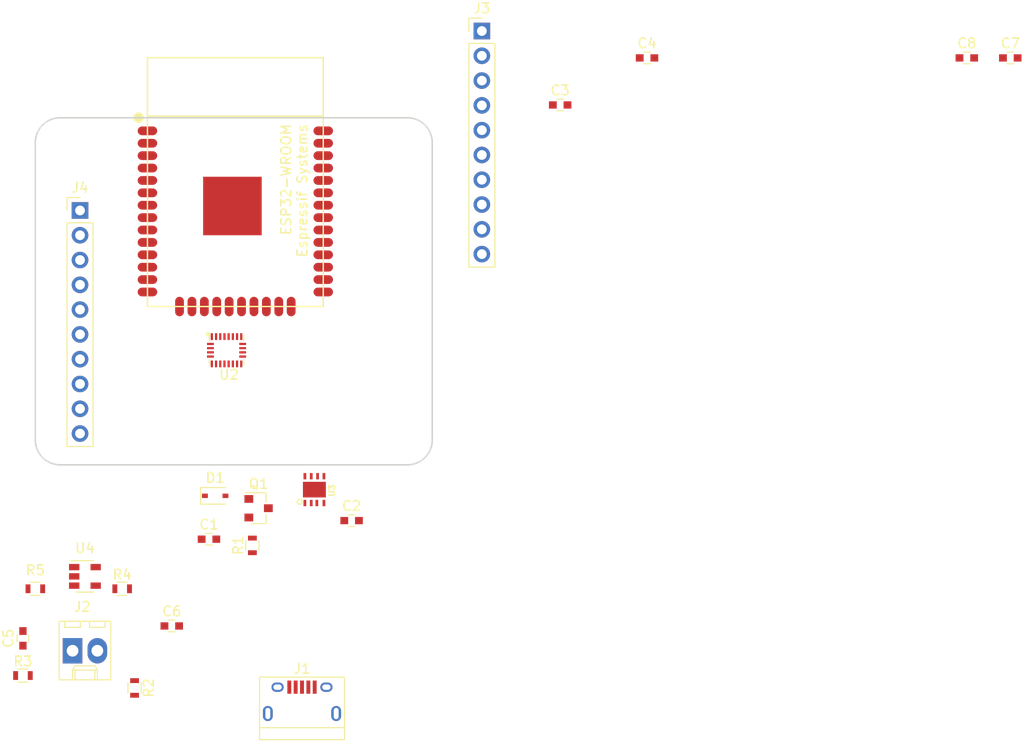
<source format=kicad_pcb>
(kicad_pcb (version 20171130) (host pcbnew no-vcs-found-c6d0075~61~ubuntu17.10.1)

  (general
    (thickness 1.6)
    (drawings 10)
    (tracks 0)
    (zones 0)
    (modules 23)
    (nets 80)
  )

  (page A4)
  (layers
    (0 F.Cu signal)
    (31 B.Cu signal)
    (32 B.Adhes user)
    (33 F.Adhes user)
    (34 B.Paste user)
    (35 F.Paste user)
    (36 B.SilkS user)
    (37 F.SilkS user)
    (38 B.Mask user)
    (39 F.Mask user)
    (40 Dwgs.User user)
    (41 Cmts.User user)
    (42 Eco1.User user)
    (43 Eco2.User user)
    (44 Edge.Cuts user)
    (45 Margin user)
    (46 B.CrtYd user)
    (47 F.CrtYd user)
    (48 B.Fab user)
    (49 F.Fab user hide)
  )

  (setup
    (last_trace_width 0.25)
    (trace_clearance 0.2)
    (zone_clearance 0.508)
    (zone_45_only no)
    (trace_min 0.2)
    (segment_width 0.2)
    (edge_width 0.15)
    (via_size 0.8)
    (via_drill 0.4)
    (via_min_size 0.4)
    (via_min_drill 0.3)
    (uvia_size 0.3)
    (uvia_drill 0.1)
    (uvias_allowed no)
    (uvia_min_size 0.2)
    (uvia_min_drill 0.1)
    (pcb_text_width 0.3)
    (pcb_text_size 1.5 1.5)
    (mod_edge_width 0.15)
    (mod_text_size 1 1)
    (mod_text_width 0.15)
    (pad_size 1.524 1.524)
    (pad_drill 0.762)
    (pad_to_mask_clearance 0.2)
    (aux_axis_origin 0 0)
    (visible_elements FFFFFF7F)
    (pcbplotparams
      (layerselection 0x010fc_ffffffff)
      (usegerberextensions false)
      (usegerberattributes false)
      (usegerberadvancedattributes false)
      (creategerberjobfile false)
      (excludeedgelayer true)
      (linewidth 0.100000)
      (plotframeref false)
      (viasonmask false)
      (mode 1)
      (useauxorigin false)
      (hpglpennumber 1)
      (hpglpenspeed 20)
      (hpglpendiameter 15)
      (psnegative false)
      (psa4output false)
      (plotreference true)
      (plotvalue true)
      (plotinvisibletext false)
      (padsonsilk false)
      (subtractmaskfromsilk false)
      (outputformat 1)
      (mirror false)
      (drillshape 1)
      (scaleselection 1)
      (outputdirectory ""))
  )

  (net 0 "")
  (net 1 "Net-(U2-Pad2)")
  (net 2 "Net-(U2-Pad4)")
  (net 3 "Net-(U2-Pad9)")
  (net 4 "Net-(U2-Pad10)")
  (net 5 "Net-(U2-Pad11)")
  (net 6 "Net-(U2-Pad12)")
  (net 7 "Net-(U1-Pad37)")
  (net 8 "Net-(U1-Pad36)")
  (net 9 "Net-(U1-Pad35)")
  (net 10 "Net-(U1-Pad34)")
  (net 11 "Net-(U1-Pad33)")
  (net 12 "Net-(U1-Pad32)")
  (net 13 "Net-(U1-Pad31)")
  (net 14 "Net-(U1-Pad30)")
  (net 15 "Net-(U1-Pad29)")
  (net 16 "Net-(U1-Pad28)")
  (net 17 "Net-(U1-Pad27)")
  (net 18 "Net-(U1-Pad26)")
  (net 19 "Net-(U1-Pad25)")
  (net 20 "Net-(U1-Pad24)")
  (net 21 "Net-(U1-Pad23)")
  (net 22 "Net-(U1-Pad22)")
  (net 23 "Net-(U1-Pad21)")
  (net 24 "Net-(U1-Pad20)")
  (net 25 "Net-(U1-Pad19)")
  (net 26 "Net-(U1-Pad18)")
  (net 27 "Net-(U1-Pad17)")
  (net 28 "Net-(U1-Pad16)")
  (net 29 "Net-(U1-Pad14)")
  (net 30 "Net-(U1-Pad13)")
  (net 31 "Net-(U1-Pad12)")
  (net 32 "Net-(U1-Pad11)")
  (net 33 "Net-(U1-Pad10)")
  (net 34 "Net-(U1-Pad9)")
  (net 35 "Net-(U1-Pad8)")
  (net 36 "Net-(U1-Pad7)")
  (net 37 "Net-(U1-Pad6)")
  (net 38 "Net-(U1-Pad5)")
  (net 39 "Net-(U1-Pad4)")
  (net 40 "Net-(U1-Pad3)")
  (net 41 "Net-(U3-Pad2)")
  (net 42 "Net-(U3-Pad3)")
  (net 43 "Net-(U3-Pad6)")
  (net 44 "Net-(U3-Pad7)")
  (net 45 "Net-(U4-Pad1)")
  (net 46 "Net-(J1-Pad4)")
  (net 47 "Net-(J1-Pad3)")
  (net 48 "Net-(J1-Pad2)")
  (net 49 "Net-(C1-Pad1)")
  (net 50 GND)
  (net 51 "Net-(R2-Pad1)")
  (net 52 V_USB)
  (net 53 +BATT)
  (net 54 +3V3)
  (net 55 "Net-(R2-Pad2)")
  (net 56 V_USB_IN)
  (net 57 "Net-(C8-Pad1)")
  (net 58 "Net-(C7-Pad1)")
  (net 59 "Net-(R5-Pad2)")
  (net 60 "Net-(J4-Pad10)")
  (net 61 "Net-(J4-Pad9)")
  (net 62 "Net-(J4-Pad8)")
  (net 63 "Net-(J4-Pad7)")
  (net 64 "Net-(J4-Pad6)")
  (net 65 "Net-(J4-Pad5)")
  (net 66 "Net-(J4-Pad4)")
  (net 67 "Net-(J4-Pad3)")
  (net 68 "Net-(J4-Pad2)")
  (net 69 "Net-(J4-Pad1)")
  (net 70 "Net-(J3-Pad1)")
  (net 71 "Net-(J3-Pad2)")
  (net 72 "Net-(J3-Pad3)")
  (net 73 "Net-(J3-Pad4)")
  (net 74 "Net-(J3-Pad5)")
  (net 75 "Net-(J3-Pad6)")
  (net 76 "Net-(J3-Pad7)")
  (net 77 "Net-(J3-Pad8)")
  (net 78 "Net-(J3-Pad9)")
  (net 79 "Net-(J3-Pad10)")

  (net_class Default "This is the default net class."
    (clearance 0.2)
    (trace_width 0.25)
    (via_dia 0.8)
    (via_drill 0.4)
    (uvia_dia 0.3)
    (uvia_drill 0.1)
    (add_net +3V3)
    (add_net +BATT)
    (add_net GND)
    (add_net "Net-(C1-Pad1)")
    (add_net "Net-(C7-Pad1)")
    (add_net "Net-(C8-Pad1)")
    (add_net "Net-(J1-Pad2)")
    (add_net "Net-(J1-Pad3)")
    (add_net "Net-(J1-Pad4)")
    (add_net "Net-(J3-Pad1)")
    (add_net "Net-(J3-Pad10)")
    (add_net "Net-(J3-Pad2)")
    (add_net "Net-(J3-Pad3)")
    (add_net "Net-(J3-Pad4)")
    (add_net "Net-(J3-Pad5)")
    (add_net "Net-(J3-Pad6)")
    (add_net "Net-(J3-Pad7)")
    (add_net "Net-(J3-Pad8)")
    (add_net "Net-(J3-Pad9)")
    (add_net "Net-(J4-Pad1)")
    (add_net "Net-(J4-Pad10)")
    (add_net "Net-(J4-Pad2)")
    (add_net "Net-(J4-Pad3)")
    (add_net "Net-(J4-Pad4)")
    (add_net "Net-(J4-Pad5)")
    (add_net "Net-(J4-Pad6)")
    (add_net "Net-(J4-Pad7)")
    (add_net "Net-(J4-Pad8)")
    (add_net "Net-(J4-Pad9)")
    (add_net "Net-(R2-Pad1)")
    (add_net "Net-(R2-Pad2)")
    (add_net "Net-(R5-Pad2)")
    (add_net "Net-(U1-Pad10)")
    (add_net "Net-(U1-Pad11)")
    (add_net "Net-(U1-Pad12)")
    (add_net "Net-(U1-Pad13)")
    (add_net "Net-(U1-Pad14)")
    (add_net "Net-(U1-Pad16)")
    (add_net "Net-(U1-Pad17)")
    (add_net "Net-(U1-Pad18)")
    (add_net "Net-(U1-Pad19)")
    (add_net "Net-(U1-Pad20)")
    (add_net "Net-(U1-Pad21)")
    (add_net "Net-(U1-Pad22)")
    (add_net "Net-(U1-Pad23)")
    (add_net "Net-(U1-Pad24)")
    (add_net "Net-(U1-Pad25)")
    (add_net "Net-(U1-Pad26)")
    (add_net "Net-(U1-Pad27)")
    (add_net "Net-(U1-Pad28)")
    (add_net "Net-(U1-Pad29)")
    (add_net "Net-(U1-Pad3)")
    (add_net "Net-(U1-Pad30)")
    (add_net "Net-(U1-Pad31)")
    (add_net "Net-(U1-Pad32)")
    (add_net "Net-(U1-Pad33)")
    (add_net "Net-(U1-Pad34)")
    (add_net "Net-(U1-Pad35)")
    (add_net "Net-(U1-Pad36)")
    (add_net "Net-(U1-Pad37)")
    (add_net "Net-(U1-Pad4)")
    (add_net "Net-(U1-Pad5)")
    (add_net "Net-(U1-Pad6)")
    (add_net "Net-(U1-Pad7)")
    (add_net "Net-(U1-Pad8)")
    (add_net "Net-(U1-Pad9)")
    (add_net "Net-(U2-Pad10)")
    (add_net "Net-(U2-Pad11)")
    (add_net "Net-(U2-Pad12)")
    (add_net "Net-(U2-Pad2)")
    (add_net "Net-(U2-Pad4)")
    (add_net "Net-(U2-Pad9)")
    (add_net "Net-(U3-Pad2)")
    (add_net "Net-(U3-Pad3)")
    (add_net "Net-(U3-Pad6)")
    (add_net "Net-(U3-Pad7)")
    (add_net "Net-(U4-Pad1)")
    (add_net V_USB)
    (add_net V_USB_IN)
  )

  (module Connectors_Molex:Molex_KK-6410-02_02x2.54mm_Straight (layer F.Cu) (tedit 58EE6EE4) (tstamp 5A6F22EA)
    (at 87.63 110.49)
    (descr "Connector Headers with Friction Lock, 22-27-2021, http://www.molex.com/pdm_docs/sd/022272021_sd.pdf")
    (tags "connector molex kk_6410 22-27-2021")
    (path /5A614A6F)
    (fp_text reference J2 (at 1 -4.5) (layer F.SilkS)
      (effects (font (size 1 1) (thickness 0.15)))
    )
    (fp_text value LiPo (at 1.27 4.5) (layer F.Fab)
      (effects (font (size 1 1) (thickness 0.15)))
    )
    (fp_text user %R (at 1.27 0) (layer F.Fab)
      (effects (font (size 1 1) (thickness 0.15)))
    )
    (fp_line (start 4.45 3.5) (end -1.9 3.5) (layer F.CrtYd) (width 0.05))
    (fp_line (start 4.45 -3.55) (end 4.45 3.5) (layer F.CrtYd) (width 0.05))
    (fp_line (start -1.9 -3.55) (end 4.45 -3.55) (layer F.CrtYd) (width 0.05))
    (fp_line (start -1.9 3.5) (end -1.9 -3.55) (layer F.CrtYd) (width 0.05))
    (fp_line (start 3.34 -2.4) (end 3.34 -3.02) (layer F.SilkS) (width 0.12))
    (fp_line (start 1.74 -2.4) (end 3.34 -2.4) (layer F.SilkS) (width 0.12))
    (fp_line (start 1.74 -3.02) (end 1.74 -2.4) (layer F.SilkS) (width 0.12))
    (fp_line (start 0.8 -2.4) (end 0.8 -3.02) (layer F.SilkS) (width 0.12))
    (fp_line (start -0.8 -2.4) (end 0.8 -2.4) (layer F.SilkS) (width 0.12))
    (fp_line (start -0.8 -3.02) (end -0.8 -2.4) (layer F.SilkS) (width 0.12))
    (fp_line (start 2.29 2.98) (end 2.29 1.98) (layer F.SilkS) (width 0.12))
    (fp_line (start 0.25 2.98) (end 0.25 1.98) (layer F.SilkS) (width 0.12))
    (fp_line (start 2.29 1.55) (end 2.54 1.98) (layer F.SilkS) (width 0.12))
    (fp_line (start 0.25 1.55) (end 2.29 1.55) (layer F.SilkS) (width 0.12))
    (fp_line (start 0 1.98) (end 0.25 1.55) (layer F.SilkS) (width 0.12))
    (fp_line (start 2.54 1.98) (end 2.54 2.98) (layer F.SilkS) (width 0.12))
    (fp_line (start 0 1.98) (end 2.54 1.98) (layer F.SilkS) (width 0.12))
    (fp_line (start 0 2.98) (end 0 1.98) (layer F.SilkS) (width 0.12))
    (fp_line (start 3.91 -3.02) (end -1.37 -3.02) (layer F.SilkS) (width 0.12))
    (fp_line (start 3.91 2.98) (end 3.91 -3.02) (layer F.SilkS) (width 0.12))
    (fp_line (start -1.37 2.98) (end 3.91 2.98) (layer F.SilkS) (width 0.12))
    (fp_line (start -1.37 -3.02) (end -1.37 2.98) (layer F.SilkS) (width 0.12))
    (fp_line (start 4.01 -3.12) (end -1.47 -3.12) (layer F.Fab) (width 0.12))
    (fp_line (start 4.01 3.08) (end 4.01 -3.12) (layer F.Fab) (width 0.12))
    (fp_line (start -1.47 3.08) (end 4.01 3.08) (layer F.Fab) (width 0.12))
    (fp_line (start -1.47 -3.12) (end -1.47 3.08) (layer F.Fab) (width 0.12))
    (pad 2 thru_hole oval (at 2.54 0) (size 2 2.6) (drill 1.2) (layers *.Cu *.Mask)
      (net 53 +BATT))
    (pad 1 thru_hole rect (at 0 0) (size 2 2.6) (drill 1.2) (layers *.Cu *.Mask)
      (net 50 GND))
    (model ${KISYS3DMOD}/Connectors_Molex.3dshapes/Molex_KK-6410-02_02x2.54mm_Straight.wrl
      (at (xyz 0 0 0))
      (scale (xyz 1 1 1))
      (rotate (xyz 0 0 0))
    )
  )

  (module Pin_Headers:Pin_Header_Straight_1x10_Pitch2.54mm (layer F.Cu) (tedit 59650532) (tstamp 5A69E19A)
    (at 129.54 46.99)
    (descr "Through hole straight pin header, 1x10, 2.54mm pitch, single row")
    (tags "Through hole pin header THT 1x10 2.54mm single row")
    (path /5A6C1E99)
    (fp_text reference J3 (at 0 -2.33) (layer F.SilkS)
      (effects (font (size 1 1) (thickness 0.15)))
    )
    (fp_text value Conn_01x10 (at 0 25.19) (layer F.Fab)
      (effects (font (size 1 1) (thickness 0.15)))
    )
    (fp_line (start -0.635 -1.27) (end 1.27 -1.27) (layer F.Fab) (width 0.1))
    (fp_line (start 1.27 -1.27) (end 1.27 24.13) (layer F.Fab) (width 0.1))
    (fp_line (start 1.27 24.13) (end -1.27 24.13) (layer F.Fab) (width 0.1))
    (fp_line (start -1.27 24.13) (end -1.27 -0.635) (layer F.Fab) (width 0.1))
    (fp_line (start -1.27 -0.635) (end -0.635 -1.27) (layer F.Fab) (width 0.1))
    (fp_line (start -1.33 24.19) (end 1.33 24.19) (layer F.SilkS) (width 0.12))
    (fp_line (start -1.33 1.27) (end -1.33 24.19) (layer F.SilkS) (width 0.12))
    (fp_line (start 1.33 1.27) (end 1.33 24.19) (layer F.SilkS) (width 0.12))
    (fp_line (start -1.33 1.27) (end 1.33 1.27) (layer F.SilkS) (width 0.12))
    (fp_line (start -1.33 0) (end -1.33 -1.33) (layer F.SilkS) (width 0.12))
    (fp_line (start -1.33 -1.33) (end 0 -1.33) (layer F.SilkS) (width 0.12))
    (fp_line (start -1.8 -1.8) (end -1.8 24.65) (layer F.CrtYd) (width 0.05))
    (fp_line (start -1.8 24.65) (end 1.8 24.65) (layer F.CrtYd) (width 0.05))
    (fp_line (start 1.8 24.65) (end 1.8 -1.8) (layer F.CrtYd) (width 0.05))
    (fp_line (start 1.8 -1.8) (end -1.8 -1.8) (layer F.CrtYd) (width 0.05))
    (fp_text user %R (at 0 11.43 90) (layer F.Fab)
      (effects (font (size 1 1) (thickness 0.15)))
    )
    (pad 1 thru_hole rect (at 0 0) (size 1.7 1.7) (drill 1) (layers *.Cu *.Mask)
      (net 70 "Net-(J3-Pad1)"))
    (pad 2 thru_hole oval (at 0 2.54) (size 1.7 1.7) (drill 1) (layers *.Cu *.Mask)
      (net 71 "Net-(J3-Pad2)"))
    (pad 3 thru_hole oval (at 0 5.08) (size 1.7 1.7) (drill 1) (layers *.Cu *.Mask)
      (net 72 "Net-(J3-Pad3)"))
    (pad 4 thru_hole oval (at 0 7.62) (size 1.7 1.7) (drill 1) (layers *.Cu *.Mask)
      (net 73 "Net-(J3-Pad4)"))
    (pad 5 thru_hole oval (at 0 10.16) (size 1.7 1.7) (drill 1) (layers *.Cu *.Mask)
      (net 74 "Net-(J3-Pad5)"))
    (pad 6 thru_hole oval (at 0 12.7) (size 1.7 1.7) (drill 1) (layers *.Cu *.Mask)
      (net 75 "Net-(J3-Pad6)"))
    (pad 7 thru_hole oval (at 0 15.24) (size 1.7 1.7) (drill 1) (layers *.Cu *.Mask)
      (net 76 "Net-(J3-Pad7)"))
    (pad 8 thru_hole oval (at 0 17.78) (size 1.7 1.7) (drill 1) (layers *.Cu *.Mask)
      (net 77 "Net-(J3-Pad8)"))
    (pad 9 thru_hole oval (at 0 20.32) (size 1.7 1.7) (drill 1) (layers *.Cu *.Mask)
      (net 78 "Net-(J3-Pad9)"))
    (pad 10 thru_hole oval (at 0 22.86) (size 1.7 1.7) (drill 1) (layers *.Cu *.Mask)
      (net 79 "Net-(J3-Pad10)"))
    (model ${KISYS3DMOD}/Pin_Headers.3dshapes/Pin_Header_Straight_1x10_Pitch2.54mm.wrl
      (at (xyz 0 0 0))
      (scale (xyz 1 1 1))
      (rotate (xyz 0 0 0))
    )
  )

  (module Pin_Headers:Pin_Header_Straight_1x10_Pitch2.54mm (layer F.Cu) (tedit 59650532) (tstamp 5A69E17C)
    (at 88.39633 65.376581)
    (descr "Through hole straight pin header, 1x10, 2.54mm pitch, single row")
    (tags "Through hole pin header THT 1x10 2.54mm single row")
    (path /5A6C2286)
    (fp_text reference J4 (at 0 -2.33) (layer F.SilkS)
      (effects (font (size 1 1) (thickness 0.15)))
    )
    (fp_text value Conn_01x10 (at 0 25.19) (layer F.Fab)
      (effects (font (size 1 1) (thickness 0.15)))
    )
    (fp_text user %R (at 0 11.43 90) (layer F.Fab)
      (effects (font (size 1 1) (thickness 0.15)))
    )
    (fp_line (start 1.8 -1.8) (end -1.8 -1.8) (layer F.CrtYd) (width 0.05))
    (fp_line (start 1.8 24.65) (end 1.8 -1.8) (layer F.CrtYd) (width 0.05))
    (fp_line (start -1.8 24.65) (end 1.8 24.65) (layer F.CrtYd) (width 0.05))
    (fp_line (start -1.8 -1.8) (end -1.8 24.65) (layer F.CrtYd) (width 0.05))
    (fp_line (start -1.33 -1.33) (end 0 -1.33) (layer F.SilkS) (width 0.12))
    (fp_line (start -1.33 0) (end -1.33 -1.33) (layer F.SilkS) (width 0.12))
    (fp_line (start -1.33 1.27) (end 1.33 1.27) (layer F.SilkS) (width 0.12))
    (fp_line (start 1.33 1.27) (end 1.33 24.19) (layer F.SilkS) (width 0.12))
    (fp_line (start -1.33 1.27) (end -1.33 24.19) (layer F.SilkS) (width 0.12))
    (fp_line (start -1.33 24.19) (end 1.33 24.19) (layer F.SilkS) (width 0.12))
    (fp_line (start -1.27 -0.635) (end -0.635 -1.27) (layer F.Fab) (width 0.1))
    (fp_line (start -1.27 24.13) (end -1.27 -0.635) (layer F.Fab) (width 0.1))
    (fp_line (start 1.27 24.13) (end -1.27 24.13) (layer F.Fab) (width 0.1))
    (fp_line (start 1.27 -1.27) (end 1.27 24.13) (layer F.Fab) (width 0.1))
    (fp_line (start -0.635 -1.27) (end 1.27 -1.27) (layer F.Fab) (width 0.1))
    (pad 10 thru_hole oval (at 0 22.86) (size 1.7 1.7) (drill 1) (layers *.Cu *.Mask)
      (net 60 "Net-(J4-Pad10)"))
    (pad 9 thru_hole oval (at 0 20.32) (size 1.7 1.7) (drill 1) (layers *.Cu *.Mask)
      (net 61 "Net-(J4-Pad9)"))
    (pad 8 thru_hole oval (at 0 17.78) (size 1.7 1.7) (drill 1) (layers *.Cu *.Mask)
      (net 62 "Net-(J4-Pad8)"))
    (pad 7 thru_hole oval (at 0 15.24) (size 1.7 1.7) (drill 1) (layers *.Cu *.Mask)
      (net 63 "Net-(J4-Pad7)"))
    (pad 6 thru_hole oval (at 0 12.7) (size 1.7 1.7) (drill 1) (layers *.Cu *.Mask)
      (net 64 "Net-(J4-Pad6)"))
    (pad 5 thru_hole oval (at 0 10.16) (size 1.7 1.7) (drill 1) (layers *.Cu *.Mask)
      (net 65 "Net-(J4-Pad5)"))
    (pad 4 thru_hole oval (at 0 7.62) (size 1.7 1.7) (drill 1) (layers *.Cu *.Mask)
      (net 66 "Net-(J4-Pad4)"))
    (pad 3 thru_hole oval (at 0 5.08) (size 1.7 1.7) (drill 1) (layers *.Cu *.Mask)
      (net 67 "Net-(J4-Pad3)"))
    (pad 2 thru_hole oval (at 0 2.54) (size 1.7 1.7) (drill 1) (layers *.Cu *.Mask)
      (net 68 "Net-(J4-Pad2)"))
    (pad 1 thru_hole rect (at 0 0) (size 1.7 1.7) (drill 1) (layers *.Cu *.Mask)
      (net 69 "Net-(J4-Pad1)"))
    (model ${KISYS3DMOD}/Pin_Headers.3dshapes/Pin_Header_Straight_1x10_Pitch2.54mm.wrl
      (at (xyz 0 0 0))
      (scale (xyz 1 1 1))
      (rotate (xyz 0 0 0))
    )
  )

  (module Diodes_SMD:D_SOD-323 (layer F.Cu) (tedit 58641739) (tstamp 5A675893)
    (at 102.235 94.615)
    (descr SOD-323)
    (tags SOD-323)
    (path /5A6BE7DC)
    (attr smd)
    (fp_text reference D1 (at 0 -1.85) (layer F.SilkS)
      (effects (font (size 1 1) (thickness 0.15)))
    )
    (fp_text value BAT20J (at 0.1 1.9) (layer F.Fab)
      (effects (font (size 1 1) (thickness 0.15)))
    )
    (fp_line (start -1.5 -0.85) (end 1.05 -0.85) (layer F.SilkS) (width 0.12))
    (fp_line (start -1.5 0.85) (end 1.05 0.85) (layer F.SilkS) (width 0.12))
    (fp_line (start -1.6 -0.95) (end -1.6 0.95) (layer F.CrtYd) (width 0.05))
    (fp_line (start -1.6 0.95) (end 1.6 0.95) (layer F.CrtYd) (width 0.05))
    (fp_line (start 1.6 -0.95) (end 1.6 0.95) (layer F.CrtYd) (width 0.05))
    (fp_line (start -1.6 -0.95) (end 1.6 -0.95) (layer F.CrtYd) (width 0.05))
    (fp_line (start -0.9 -0.7) (end 0.9 -0.7) (layer F.Fab) (width 0.1))
    (fp_line (start 0.9 -0.7) (end 0.9 0.7) (layer F.Fab) (width 0.1))
    (fp_line (start 0.9 0.7) (end -0.9 0.7) (layer F.Fab) (width 0.1))
    (fp_line (start -0.9 0.7) (end -0.9 -0.7) (layer F.Fab) (width 0.1))
    (fp_line (start -0.3 -0.35) (end -0.3 0.35) (layer F.Fab) (width 0.1))
    (fp_line (start -0.3 0) (end -0.5 0) (layer F.Fab) (width 0.1))
    (fp_line (start -0.3 0) (end 0.2 -0.35) (layer F.Fab) (width 0.1))
    (fp_line (start 0.2 -0.35) (end 0.2 0.35) (layer F.Fab) (width 0.1))
    (fp_line (start 0.2 0.35) (end -0.3 0) (layer F.Fab) (width 0.1))
    (fp_line (start 0.2 0) (end 0.45 0) (layer F.Fab) (width 0.1))
    (fp_line (start -1.5 -0.85) (end -1.5 0.85) (layer F.SilkS) (width 0.12))
    (fp_text user %R (at 0 -1.85) (layer F.Fab)
      (effects (font (size 1 1) (thickness 0.15)))
    )
    (pad 2 smd rect (at 1.05 0) (size 0.6 0.45) (layers F.Cu F.Paste F.Mask)
      (net 52 V_USB))
    (pad 1 smd rect (at -1.05 0) (size 0.6 0.45) (layers F.Cu F.Paste F.Mask)
      (net 49 "Net-(C1-Pad1)"))
    (model ${KISYS3DMOD}/Diodes_SMD.3dshapes/D_SOD-323.wrl
      (at (xyz 0 0 0))
      (scale (xyz 1 1 1))
      (rotate (xyz 0 0 0))
    )
  )

  (module Resistors_SMD:R_0603 (layer F.Cu) (tedit 58E0A804) (tstamp 5A619A0F)
    (at 83.82 104.14)
    (descr "Resistor SMD 0603, reflow soldering, Vishay (see dcrcw.pdf)")
    (tags "resistor 0603")
    (path /5A6415E1)
    (attr smd)
    (fp_text reference R5 (at 0 -1.905) (layer F.SilkS)
      (effects (font (size 1 1) (thickness 0.15)))
    )
    (fp_text value 10k (at 0 1.5) (layer F.Fab)
      (effects (font (size 1 1) (thickness 0.15)))
    )
    (fp_line (start 1.25 0.7) (end -1.25 0.7) (layer F.CrtYd) (width 0.05))
    (fp_line (start 1.25 0.7) (end 1.25 -0.7) (layer F.CrtYd) (width 0.05))
    (fp_line (start -1.25 -0.7) (end -1.25 0.7) (layer F.CrtYd) (width 0.05))
    (fp_line (start -1.25 -0.7) (end 1.25 -0.7) (layer F.CrtYd) (width 0.05))
    (fp_line (start -0.5 -0.68) (end 0.5 -0.68) (layer F.SilkS) (width 0.12))
    (fp_line (start 0.5 0.68) (end -0.5 0.68) (layer F.SilkS) (width 0.12))
    (fp_line (start -0.8 -0.4) (end 0.8 -0.4) (layer F.Fab) (width 0.1))
    (fp_line (start 0.8 -0.4) (end 0.8 0.4) (layer F.Fab) (width 0.1))
    (fp_line (start 0.8 0.4) (end -0.8 0.4) (layer F.Fab) (width 0.1))
    (fp_line (start -0.8 0.4) (end -0.8 -0.4) (layer F.Fab) (width 0.1))
    (fp_text user %R (at 0 0) (layer F.Fab)
      (effects (font (size 0.4 0.4) (thickness 0.075)))
    )
    (pad 2 smd rect (at 0.75 0) (size 0.5 0.9) (layers F.Cu F.Paste F.Mask)
      (net 59 "Net-(R5-Pad2)"))
    (pad 1 smd rect (at -0.75 0) (size 0.5 0.9) (layers F.Cu F.Paste F.Mask)
      (net 54 +3V3))
    (model ${KISYS3DMOD}/Resistors_SMD.3dshapes/R_0603.wrl
      (at (xyz 0 0 0))
      (scale (xyz 1 1 1))
      (rotate (xyz 0 0 0))
    )
  )

  (module Capacitors_SMD:C_0603 (layer F.Cu) (tedit 59958EE7) (tstamp 5A618FDA)
    (at 137.559524 54.566041)
    (descr "Capacitor SMD 0603, reflow soldering, AVX (see smccp.pdf)")
    (tags "capacitor 0603")
    (path /5A60124C)
    (attr smd)
    (fp_text reference C3 (at 0 -1.5) (layer F.SilkS)
      (effects (font (size 1 1) (thickness 0.15)))
    )
    (fp_text value 1uF (at 0 1.5) (layer F.Fab)
      (effects (font (size 1 1) (thickness 0.15)))
    )
    (fp_text user %R (at 0 0) (layer F.Fab)
      (effects (font (size 0.3 0.3) (thickness 0.075)))
    )
    (fp_line (start -0.8 0.4) (end -0.8 -0.4) (layer F.Fab) (width 0.1))
    (fp_line (start 0.8 0.4) (end -0.8 0.4) (layer F.Fab) (width 0.1))
    (fp_line (start 0.8 -0.4) (end 0.8 0.4) (layer F.Fab) (width 0.1))
    (fp_line (start -0.8 -0.4) (end 0.8 -0.4) (layer F.Fab) (width 0.1))
    (fp_line (start -0.35 -0.6) (end 0.35 -0.6) (layer F.SilkS) (width 0.12))
    (fp_line (start 0.35 0.6) (end -0.35 0.6) (layer F.SilkS) (width 0.12))
    (fp_line (start -1.4 -0.65) (end 1.4 -0.65) (layer F.CrtYd) (width 0.05))
    (fp_line (start -1.4 -0.65) (end -1.4 0.65) (layer F.CrtYd) (width 0.05))
    (fp_line (start 1.4 0.65) (end 1.4 -0.65) (layer F.CrtYd) (width 0.05))
    (fp_line (start 1.4 0.65) (end -1.4 0.65) (layer F.CrtYd) (width 0.05))
    (pad 1 smd rect (at -0.75 0) (size 0.8 0.75) (layers F.Cu F.Paste F.Mask)
      (net 54 +3V3))
    (pad 2 smd rect (at 0.75 0) (size 0.8 0.75) (layers F.Cu F.Paste F.Mask)
      (net 50 GND))
    (model Capacitors_SMD.3dshapes/C_0603.wrl
      (at (xyz 0 0 0))
      (scale (xyz 1 1 1))
      (rotate (xyz 0 0 0))
    )
  )

  (module Capacitors_SMD:C_0603 (layer F.Cu) (tedit 59958EE7) (tstamp 5A618F79)
    (at 183.65 49.746041)
    (descr "Capacitor SMD 0603, reflow soldering, AVX (see smccp.pdf)")
    (tags "capacitor 0603")
    (path /5A631605)
    (attr smd)
    (fp_text reference C7 (at 0 -1.5) (layer F.SilkS)
      (effects (font (size 1 1) (thickness 0.15)))
    )
    (fp_text value 10nF (at 0 1.5) (layer F.Fab)
      (effects (font (size 1 1) (thickness 0.15)))
    )
    (fp_line (start 1.4 0.65) (end -1.4 0.65) (layer F.CrtYd) (width 0.05))
    (fp_line (start 1.4 0.65) (end 1.4 -0.65) (layer F.CrtYd) (width 0.05))
    (fp_line (start -1.4 -0.65) (end -1.4 0.65) (layer F.CrtYd) (width 0.05))
    (fp_line (start -1.4 -0.65) (end 1.4 -0.65) (layer F.CrtYd) (width 0.05))
    (fp_line (start 0.35 0.6) (end -0.35 0.6) (layer F.SilkS) (width 0.12))
    (fp_line (start -0.35 -0.6) (end 0.35 -0.6) (layer F.SilkS) (width 0.12))
    (fp_line (start -0.8 -0.4) (end 0.8 -0.4) (layer F.Fab) (width 0.1))
    (fp_line (start 0.8 -0.4) (end 0.8 0.4) (layer F.Fab) (width 0.1))
    (fp_line (start 0.8 0.4) (end -0.8 0.4) (layer F.Fab) (width 0.1))
    (fp_line (start -0.8 0.4) (end -0.8 -0.4) (layer F.Fab) (width 0.1))
    (fp_text user %R (at 0 0) (layer F.Fab)
      (effects (font (size 0.3 0.3) (thickness 0.075)))
    )
    (pad 2 smd rect (at 0.75 0) (size 0.8 0.75) (layers F.Cu F.Paste F.Mask)
      (net 50 GND))
    (pad 1 smd rect (at -0.75 0) (size 0.8 0.75) (layers F.Cu F.Paste F.Mask)
      (net 58 "Net-(C7-Pad1)"))
    (model Capacitors_SMD.3dshapes/C_0603.wrl
      (at (xyz 0 0 0))
      (scale (xyz 1 1 1))
      (rotate (xyz 0 0 0))
    )
  )

  (module Capacitors_SMD:C_0603 (layer F.Cu) (tedit 59958EE7) (tstamp 5A618F68)
    (at 179.198095 49.746041)
    (descr "Capacitor SMD 0603, reflow soldering, AVX (see smccp.pdf)")
    (tags "capacitor 0603")
    (path /5A630426)
    (attr smd)
    (fp_text reference C8 (at 0 -1.5) (layer F.SilkS)
      (effects (font (size 1 1) (thickness 0.15)))
    )
    (fp_text value 0.1uF (at 0 1.5) (layer F.Fab)
      (effects (font (size 1 1) (thickness 0.15)))
    )
    (fp_text user %R (at 0 0) (layer F.Fab)
      (effects (font (size 0.3 0.3) (thickness 0.075)))
    )
    (fp_line (start -0.8 0.4) (end -0.8 -0.4) (layer F.Fab) (width 0.1))
    (fp_line (start 0.8 0.4) (end -0.8 0.4) (layer F.Fab) (width 0.1))
    (fp_line (start 0.8 -0.4) (end 0.8 0.4) (layer F.Fab) (width 0.1))
    (fp_line (start -0.8 -0.4) (end 0.8 -0.4) (layer F.Fab) (width 0.1))
    (fp_line (start -0.35 -0.6) (end 0.35 -0.6) (layer F.SilkS) (width 0.12))
    (fp_line (start 0.35 0.6) (end -0.35 0.6) (layer F.SilkS) (width 0.12))
    (fp_line (start -1.4 -0.65) (end 1.4 -0.65) (layer F.CrtYd) (width 0.05))
    (fp_line (start -1.4 -0.65) (end -1.4 0.65) (layer F.CrtYd) (width 0.05))
    (fp_line (start 1.4 0.65) (end 1.4 -0.65) (layer F.CrtYd) (width 0.05))
    (fp_line (start 1.4 0.65) (end -1.4 0.65) (layer F.CrtYd) (width 0.05))
    (pad 1 smd rect (at -0.75 0) (size 0.8 0.75) (layers F.Cu F.Paste F.Mask)
      (net 57 "Net-(C8-Pad1)"))
    (pad 2 smd rect (at 0.75 0) (size 0.8 0.75) (layers F.Cu F.Paste F.Mask)
      (net 50 GND))
    (model Capacitors_SMD.3dshapes/C_0603.wrl
      (at (xyz 0 0 0))
      (scale (xyz 1 1 1))
      (rotate (xyz 0 0 0))
    )
  )

  (module Capacitors_SMD:C_0603 (layer F.Cu) (tedit 59958EE7) (tstamp 5A618A63)
    (at 97.79 107.95)
    (descr "Capacitor SMD 0603, reflow soldering, AVX (see smccp.pdf)")
    (tags "capacitor 0603")
    (path /5A617FDB)
    (attr smd)
    (fp_text reference C6 (at 0 -1.5) (layer F.SilkS)
      (effects (font (size 1 1) (thickness 0.15)))
    )
    (fp_text value 4.7uF (at 0 1.5) (layer F.Fab)
      (effects (font (size 1 1) (thickness 0.15)))
    )
    (fp_text user %R (at 0 0) (layer F.Fab)
      (effects (font (size 0.3 0.3) (thickness 0.075)))
    )
    (fp_line (start -0.8 0.4) (end -0.8 -0.4) (layer F.Fab) (width 0.1))
    (fp_line (start 0.8 0.4) (end -0.8 0.4) (layer F.Fab) (width 0.1))
    (fp_line (start 0.8 -0.4) (end 0.8 0.4) (layer F.Fab) (width 0.1))
    (fp_line (start -0.8 -0.4) (end 0.8 -0.4) (layer F.Fab) (width 0.1))
    (fp_line (start -0.35 -0.6) (end 0.35 -0.6) (layer F.SilkS) (width 0.12))
    (fp_line (start 0.35 0.6) (end -0.35 0.6) (layer F.SilkS) (width 0.12))
    (fp_line (start -1.4 -0.65) (end 1.4 -0.65) (layer F.CrtYd) (width 0.05))
    (fp_line (start -1.4 -0.65) (end -1.4 0.65) (layer F.CrtYd) (width 0.05))
    (fp_line (start 1.4 0.65) (end 1.4 -0.65) (layer F.CrtYd) (width 0.05))
    (fp_line (start 1.4 0.65) (end -1.4 0.65) (layer F.CrtYd) (width 0.05))
    (pad 1 smd rect (at -0.75 0) (size 0.8 0.75) (layers F.Cu F.Paste F.Mask)
      (net 52 V_USB))
    (pad 2 smd rect (at 0.75 0) (size 0.8 0.75) (layers F.Cu F.Paste F.Mask)
      (net 50 GND))
    (model Capacitors_SMD.3dshapes/C_0603.wrl
      (at (xyz 0 0 0))
      (scale (xyz 1 1 1))
      (rotate (xyz 0 0 0))
    )
  )

  (module Resistors_SMD:R_0603 (layer F.Cu) (tedit 58E0A804) (tstamp 5A6189B8)
    (at 92.71 104.14)
    (descr "Resistor SMD 0603, reflow soldering, Vishay (see dcrcw.pdf)")
    (tags "resistor 0603")
    (path /5A6147D4)
    (attr smd)
    (fp_text reference R4 (at 0 -1.45) (layer F.SilkS)
      (effects (font (size 1 1) (thickness 0.15)))
    )
    (fp_text value DNP (at 0 1.5) (layer F.Fab)
      (effects (font (size 1 1) (thickness 0.15)))
    )
    (fp_line (start 1.25 0.7) (end -1.25 0.7) (layer F.CrtYd) (width 0.05))
    (fp_line (start 1.25 0.7) (end 1.25 -0.7) (layer F.CrtYd) (width 0.05))
    (fp_line (start -1.25 -0.7) (end -1.25 0.7) (layer F.CrtYd) (width 0.05))
    (fp_line (start -1.25 -0.7) (end 1.25 -0.7) (layer F.CrtYd) (width 0.05))
    (fp_line (start -0.5 -0.68) (end 0.5 -0.68) (layer F.SilkS) (width 0.12))
    (fp_line (start 0.5 0.68) (end -0.5 0.68) (layer F.SilkS) (width 0.12))
    (fp_line (start -0.8 -0.4) (end 0.8 -0.4) (layer F.Fab) (width 0.1))
    (fp_line (start 0.8 -0.4) (end 0.8 0.4) (layer F.Fab) (width 0.1))
    (fp_line (start 0.8 0.4) (end -0.8 0.4) (layer F.Fab) (width 0.1))
    (fp_line (start -0.8 0.4) (end -0.8 -0.4) (layer F.Fab) (width 0.1))
    (fp_text user %R (at 0 0) (layer F.Fab)
      (effects (font (size 0.4 0.4) (thickness 0.075)))
    )
    (pad 2 smd rect (at 0.75 0) (size 0.5 0.9) (layers F.Cu F.Paste F.Mask)
      (net 50 GND))
    (pad 1 smd rect (at -0.75 0) (size 0.5 0.9) (layers F.Cu F.Paste F.Mask)
      (net 51 "Net-(R2-Pad1)"))
    (model ${KISYS3DMOD}/Resistors_SMD.3dshapes/R_0603.wrl
      (at (xyz 0 0 0))
      (scale (xyz 1 1 1))
      (rotate (xyz 0 0 0))
    )
  )

  (module Capacitors_SMD:C_0603 (layer F.Cu) (tedit 59958EE7) (tstamp 5A61831C)
    (at 82.55 109.22 90)
    (descr "Capacitor SMD 0603, reflow soldering, AVX (see smccp.pdf)")
    (tags "capacitor 0603")
    (path /5A61552A)
    (attr smd)
    (fp_text reference C5 (at 0 -1.5 90) (layer F.SilkS)
      (effects (font (size 1 1) (thickness 0.15)))
    )
    (fp_text value 4.7uF (at 0 1.5 90) (layer F.Fab)
      (effects (font (size 1 1) (thickness 0.15)))
    )
    (fp_text user %R (at 0 0 90) (layer F.Fab)
      (effects (font (size 0.3 0.3) (thickness 0.075)))
    )
    (fp_line (start -0.8 0.4) (end -0.8 -0.4) (layer F.Fab) (width 0.1))
    (fp_line (start 0.8 0.4) (end -0.8 0.4) (layer F.Fab) (width 0.1))
    (fp_line (start 0.8 -0.4) (end 0.8 0.4) (layer F.Fab) (width 0.1))
    (fp_line (start -0.8 -0.4) (end 0.8 -0.4) (layer F.Fab) (width 0.1))
    (fp_line (start -0.35 -0.6) (end 0.35 -0.6) (layer F.SilkS) (width 0.12))
    (fp_line (start 0.35 0.6) (end -0.35 0.6) (layer F.SilkS) (width 0.12))
    (fp_line (start -1.4 -0.65) (end 1.4 -0.65) (layer F.CrtYd) (width 0.05))
    (fp_line (start -1.4 -0.65) (end -1.4 0.65) (layer F.CrtYd) (width 0.05))
    (fp_line (start 1.4 0.65) (end 1.4 -0.65) (layer F.CrtYd) (width 0.05))
    (fp_line (start 1.4 0.65) (end -1.4 0.65) (layer F.CrtYd) (width 0.05))
    (pad 1 smd rect (at -0.75 0 90) (size 0.8 0.75) (layers F.Cu F.Paste F.Mask)
      (net 53 +BATT))
    (pad 2 smd rect (at 0.75 0 90) (size 0.8 0.75) (layers F.Cu F.Paste F.Mask)
      (net 50 GND))
    (model Capacitors_SMD.3dshapes/C_0603.wrl
      (at (xyz 0 0 0))
      (scale (xyz 1 1 1))
      (rotate (xyz 0 0 0))
    )
  )

  (module Resistors_SMD:R_0603 (layer F.Cu) (tedit 58E0A804) (tstamp 5A618281)
    (at 82.55 113.03)
    (descr "Resistor SMD 0603, reflow soldering, Vishay (see dcrcw.pdf)")
    (tags "resistor 0603")
    (path /5A6146A4)
    (attr smd)
    (fp_text reference R3 (at 0 -1.45) (layer F.SilkS)
      (effects (font (size 1 1) (thickness 0.15)))
    )
    (fp_text value 2.0k (at 0 1.5) (layer F.Fab)
      (effects (font (size 1 1) (thickness 0.15)))
    )
    (fp_line (start 1.25 0.7) (end -1.25 0.7) (layer F.CrtYd) (width 0.05))
    (fp_line (start 1.25 0.7) (end 1.25 -0.7) (layer F.CrtYd) (width 0.05))
    (fp_line (start -1.25 -0.7) (end -1.25 0.7) (layer F.CrtYd) (width 0.05))
    (fp_line (start -1.25 -0.7) (end 1.25 -0.7) (layer F.CrtYd) (width 0.05))
    (fp_line (start -0.5 -0.68) (end 0.5 -0.68) (layer F.SilkS) (width 0.12))
    (fp_line (start 0.5 0.68) (end -0.5 0.68) (layer F.SilkS) (width 0.12))
    (fp_line (start -0.8 -0.4) (end 0.8 -0.4) (layer F.Fab) (width 0.1))
    (fp_line (start 0.8 -0.4) (end 0.8 0.4) (layer F.Fab) (width 0.1))
    (fp_line (start 0.8 0.4) (end -0.8 0.4) (layer F.Fab) (width 0.1))
    (fp_line (start -0.8 0.4) (end -0.8 -0.4) (layer F.Fab) (width 0.1))
    (fp_text user %R (at 0 0) (layer F.Fab)
      (effects (font (size 0.4 0.4) (thickness 0.075)))
    )
    (pad 2 smd rect (at 0.75 0) (size 0.5 0.9) (layers F.Cu F.Paste F.Mask)
      (net 50 GND))
    (pad 1 smd rect (at -0.75 0) (size 0.5 0.9) (layers F.Cu F.Paste F.Mask)
      (net 55 "Net-(R2-Pad2)"))
    (model ${KISYS3DMOD}/Resistors_SMD.3dshapes/R_0603.wrl
      (at (xyz 0 0 0))
      (scale (xyz 1 1 1))
      (rotate (xyz 0 0 0))
    )
  )

  (module Resistors_SMD:R_0603 (layer F.Cu) (tedit 58E0A804) (tstamp 5A618270)
    (at 93.98 114.3 270)
    (descr "Resistor SMD 0603, reflow soldering, Vishay (see dcrcw.pdf)")
    (tags "resistor 0603")
    (path /5A614357)
    (attr smd)
    (fp_text reference R2 (at 0 -1.45 270) (layer F.SilkS)
      (effects (font (size 1 1) (thickness 0.15)))
    )
    (fp_text value 0 (at 0 1.5 270) (layer F.Fab)
      (effects (font (size 1 1) (thickness 0.15)))
    )
    (fp_text user %R (at 0 0 270) (layer F.Fab)
      (effects (font (size 0.4 0.4) (thickness 0.075)))
    )
    (fp_line (start -0.8 0.4) (end -0.8 -0.4) (layer F.Fab) (width 0.1))
    (fp_line (start 0.8 0.4) (end -0.8 0.4) (layer F.Fab) (width 0.1))
    (fp_line (start 0.8 -0.4) (end 0.8 0.4) (layer F.Fab) (width 0.1))
    (fp_line (start -0.8 -0.4) (end 0.8 -0.4) (layer F.Fab) (width 0.1))
    (fp_line (start 0.5 0.68) (end -0.5 0.68) (layer F.SilkS) (width 0.12))
    (fp_line (start -0.5 -0.68) (end 0.5 -0.68) (layer F.SilkS) (width 0.12))
    (fp_line (start -1.25 -0.7) (end 1.25 -0.7) (layer F.CrtYd) (width 0.05))
    (fp_line (start -1.25 -0.7) (end -1.25 0.7) (layer F.CrtYd) (width 0.05))
    (fp_line (start 1.25 0.7) (end 1.25 -0.7) (layer F.CrtYd) (width 0.05))
    (fp_line (start 1.25 0.7) (end -1.25 0.7) (layer F.CrtYd) (width 0.05))
    (pad 1 smd rect (at -0.75 0 270) (size 0.5 0.9) (layers F.Cu F.Paste F.Mask)
      (net 51 "Net-(R2-Pad1)"))
    (pad 2 smd rect (at 0.75 0 270) (size 0.5 0.9) (layers F.Cu F.Paste F.Mask)
      (net 55 "Net-(R2-Pad2)"))
    (model ${KISYS3DMOD}/Resistors_SMD.3dshapes/R_0603.wrl
      (at (xyz 0 0 0))
      (scale (xyz 1 1 1))
      (rotate (xyz 0 0 0))
    )
  )

  (module Resistors_SMD:R_0603 (layer F.Cu) (tedit 58E0A804) (tstamp 5A61825F)
    (at 106.045 99.695 90)
    (descr "Resistor SMD 0603, reflow soldering, Vishay (see dcrcw.pdf)")
    (tags "resistor 0603")
    (path /5A61FB97)
    (attr smd)
    (fp_text reference R1 (at 0 -1.45 90) (layer F.SilkS)
      (effects (font (size 1 1) (thickness 0.15)))
    )
    (fp_text value 2.0k (at 0 1.5 90) (layer F.Fab)
      (effects (font (size 1 1) (thickness 0.15)))
    )
    (fp_line (start 1.25 0.7) (end -1.25 0.7) (layer F.CrtYd) (width 0.05))
    (fp_line (start 1.25 0.7) (end 1.25 -0.7) (layer F.CrtYd) (width 0.05))
    (fp_line (start -1.25 -0.7) (end -1.25 0.7) (layer F.CrtYd) (width 0.05))
    (fp_line (start -1.25 -0.7) (end 1.25 -0.7) (layer F.CrtYd) (width 0.05))
    (fp_line (start -0.5 -0.68) (end 0.5 -0.68) (layer F.SilkS) (width 0.12))
    (fp_line (start 0.5 0.68) (end -0.5 0.68) (layer F.SilkS) (width 0.12))
    (fp_line (start -0.8 -0.4) (end 0.8 -0.4) (layer F.Fab) (width 0.1))
    (fp_line (start 0.8 -0.4) (end 0.8 0.4) (layer F.Fab) (width 0.1))
    (fp_line (start 0.8 0.4) (end -0.8 0.4) (layer F.Fab) (width 0.1))
    (fp_line (start -0.8 0.4) (end -0.8 -0.4) (layer F.Fab) (width 0.1))
    (fp_text user %R (at 0 0 90) (layer F.Fab)
      (effects (font (size 0.4 0.4) (thickness 0.075)))
    )
    (pad 2 smd rect (at 0.75 0 90) (size 0.5 0.9) (layers F.Cu F.Paste F.Mask)
      (net 50 GND))
    (pad 1 smd rect (at -0.75 0 90) (size 0.5 0.9) (layers F.Cu F.Paste F.Mask)
      (net 52 V_USB))
    (model ${KISYS3DMOD}/Resistors_SMD.3dshapes/R_0603.wrl
      (at (xyz 0 0 0))
      (scale (xyz 1 1 1))
      (rotate (xyz 0 0 0))
    )
  )

  (module Capacitors_SMD:C_0603 (layer F.Cu) (tedit 59958EE7) (tstamp 5A5FCAA3)
    (at 146.455714 49.746041)
    (descr "Capacitor SMD 0603, reflow soldering, AVX (see smccp.pdf)")
    (tags "capacitor 0603")
    (path /5A6013FC)
    (attr smd)
    (fp_text reference C4 (at 0 -1.5) (layer F.SilkS)
      (effects (font (size 1 1) (thickness 0.15)))
    )
    (fp_text value 10uF (at 0 1.5) (layer F.Fab)
      (effects (font (size 1 1) (thickness 0.15)))
    )
    (fp_text user %R (at 0 0) (layer F.Fab)
      (effects (font (size 0.3 0.3) (thickness 0.075)))
    )
    (fp_line (start -0.8 0.4) (end -0.8 -0.4) (layer F.Fab) (width 0.1))
    (fp_line (start 0.8 0.4) (end -0.8 0.4) (layer F.Fab) (width 0.1))
    (fp_line (start 0.8 -0.4) (end 0.8 0.4) (layer F.Fab) (width 0.1))
    (fp_line (start -0.8 -0.4) (end 0.8 -0.4) (layer F.Fab) (width 0.1))
    (fp_line (start -0.35 -0.6) (end 0.35 -0.6) (layer F.SilkS) (width 0.12))
    (fp_line (start 0.35 0.6) (end -0.35 0.6) (layer F.SilkS) (width 0.12))
    (fp_line (start -1.4 -0.65) (end 1.4 -0.65) (layer F.CrtYd) (width 0.05))
    (fp_line (start -1.4 -0.65) (end -1.4 0.65) (layer F.CrtYd) (width 0.05))
    (fp_line (start 1.4 0.65) (end 1.4 -0.65) (layer F.CrtYd) (width 0.05))
    (fp_line (start 1.4 0.65) (end -1.4 0.65) (layer F.CrtYd) (width 0.05))
    (pad 1 smd rect (at -0.75 0) (size 0.8 0.75) (layers F.Cu F.Paste F.Mask)
      (net 54 +3V3))
    (pad 2 smd rect (at 0.75 0) (size 0.8 0.75) (layers F.Cu F.Paste F.Mask)
      (net 50 GND))
    (model Capacitors_SMD.3dshapes/C_0603.wrl
      (at (xyz 0 0 0))
      (scale (xyz 1 1 1))
      (rotate (xyz 0 0 0))
    )
  )

  (module Capacitors_SMD:C_0603 (layer F.Cu) (tedit 59958EE7) (tstamp 5A5FCA92)
    (at 116.205 97.155)
    (descr "Capacitor SMD 0603, reflow soldering, AVX (see smccp.pdf)")
    (tags "capacitor 0603")
    (path /5A6019DF)
    (attr smd)
    (fp_text reference C2 (at 0 -1.5) (layer F.SilkS)
      (effects (font (size 1 1) (thickness 0.15)))
    )
    (fp_text value 2.2uF (at 0 1.5) (layer F.Fab)
      (effects (font (size 1 1) (thickness 0.15)))
    )
    (fp_line (start 1.4 0.65) (end -1.4 0.65) (layer F.CrtYd) (width 0.05))
    (fp_line (start 1.4 0.65) (end 1.4 -0.65) (layer F.CrtYd) (width 0.05))
    (fp_line (start -1.4 -0.65) (end -1.4 0.65) (layer F.CrtYd) (width 0.05))
    (fp_line (start -1.4 -0.65) (end 1.4 -0.65) (layer F.CrtYd) (width 0.05))
    (fp_line (start 0.35 0.6) (end -0.35 0.6) (layer F.SilkS) (width 0.12))
    (fp_line (start -0.35 -0.6) (end 0.35 -0.6) (layer F.SilkS) (width 0.12))
    (fp_line (start -0.8 -0.4) (end 0.8 -0.4) (layer F.Fab) (width 0.1))
    (fp_line (start 0.8 -0.4) (end 0.8 0.4) (layer F.Fab) (width 0.1))
    (fp_line (start 0.8 0.4) (end -0.8 0.4) (layer F.Fab) (width 0.1))
    (fp_line (start -0.8 0.4) (end -0.8 -0.4) (layer F.Fab) (width 0.1))
    (fp_text user %R (at 0 0) (layer F.Fab)
      (effects (font (size 0.3 0.3) (thickness 0.075)))
    )
    (pad 2 smd rect (at 0.75 0) (size 0.8 0.75) (layers F.Cu F.Paste F.Mask)
      (net 50 GND))
    (pad 1 smd rect (at -0.75 0) (size 0.8 0.75) (layers F.Cu F.Paste F.Mask)
      (net 54 +3V3))
    (model Capacitors_SMD.3dshapes/C_0603.wrl
      (at (xyz 0 0 0))
      (scale (xyz 1 1 1))
      (rotate (xyz 0 0 0))
    )
  )

  (module Capacitors_SMD:C_0603 (layer F.Cu) (tedit 59958EE7) (tstamp 5A5FCA81)
    (at 101.6 99.06)
    (descr "Capacitor SMD 0603, reflow soldering, AVX (see smccp.pdf)")
    (tags "capacitor 0603")
    (path /5A601A69)
    (attr smd)
    (fp_text reference C1 (at 0 -1.5) (layer F.SilkS)
      (effects (font (size 1 1) (thickness 0.15)))
    )
    (fp_text value 1uF (at 0 1.5) (layer F.Fab)
      (effects (font (size 1 1) (thickness 0.15)))
    )
    (fp_text user %R (at 0 0) (layer F.Fab)
      (effects (font (size 0.3 0.3) (thickness 0.075)))
    )
    (fp_line (start -0.8 0.4) (end -0.8 -0.4) (layer F.Fab) (width 0.1))
    (fp_line (start 0.8 0.4) (end -0.8 0.4) (layer F.Fab) (width 0.1))
    (fp_line (start 0.8 -0.4) (end 0.8 0.4) (layer F.Fab) (width 0.1))
    (fp_line (start -0.8 -0.4) (end 0.8 -0.4) (layer F.Fab) (width 0.1))
    (fp_line (start -0.35 -0.6) (end 0.35 -0.6) (layer F.SilkS) (width 0.12))
    (fp_line (start 0.35 0.6) (end -0.35 0.6) (layer F.SilkS) (width 0.12))
    (fp_line (start -1.4 -0.65) (end 1.4 -0.65) (layer F.CrtYd) (width 0.05))
    (fp_line (start -1.4 -0.65) (end -1.4 0.65) (layer F.CrtYd) (width 0.05))
    (fp_line (start 1.4 0.65) (end 1.4 -0.65) (layer F.CrtYd) (width 0.05))
    (fp_line (start 1.4 0.65) (end -1.4 0.65) (layer F.CrtYd) (width 0.05))
    (pad 1 smd rect (at -0.75 0) (size 0.8 0.75) (layers F.Cu F.Paste F.Mask)
      (net 49 "Net-(C1-Pad1)"))
    (pad 2 smd rect (at 0.75 0) (size 0.8 0.75) (layers F.Cu F.Paste F.Mask)
      (net 50 GND))
    (model Capacitors_SMD.3dshapes/C_0603.wrl
      (at (xyz 0 0 0))
      (scale (xyz 1 1 1))
      (rotate (xyz 0 0 0))
    )
  )

  (module TO_SOT_Packages_SMD:SOT-23 (layer F.Cu) (tedit 58CE4E7E) (tstamp 5A5FBFC8)
    (at 106.68 95.885)
    (descr "SOT-23, Standard")
    (tags SOT-23)
    (path /5A60086B)
    (attr smd)
    (fp_text reference Q1 (at 0 -2.5) (layer F.SilkS)
      (effects (font (size 1 1) (thickness 0.15)))
    )
    (fp_text value DMG2305UX (at 0 2.5) (layer F.Fab)
      (effects (font (size 1 1) (thickness 0.15)))
    )
    (fp_line (start 0.76 1.58) (end -0.7 1.58) (layer F.SilkS) (width 0.12))
    (fp_line (start 0.76 -1.58) (end -1.4 -1.58) (layer F.SilkS) (width 0.12))
    (fp_line (start -1.7 1.75) (end -1.7 -1.75) (layer F.CrtYd) (width 0.05))
    (fp_line (start 1.7 1.75) (end -1.7 1.75) (layer F.CrtYd) (width 0.05))
    (fp_line (start 1.7 -1.75) (end 1.7 1.75) (layer F.CrtYd) (width 0.05))
    (fp_line (start -1.7 -1.75) (end 1.7 -1.75) (layer F.CrtYd) (width 0.05))
    (fp_line (start 0.76 -1.58) (end 0.76 -0.65) (layer F.SilkS) (width 0.12))
    (fp_line (start 0.76 1.58) (end 0.76 0.65) (layer F.SilkS) (width 0.12))
    (fp_line (start -0.7 1.52) (end 0.7 1.52) (layer F.Fab) (width 0.1))
    (fp_line (start 0.7 -1.52) (end 0.7 1.52) (layer F.Fab) (width 0.1))
    (fp_line (start -0.7 -0.95) (end -0.15 -1.52) (layer F.Fab) (width 0.1))
    (fp_line (start -0.15 -1.52) (end 0.7 -1.52) (layer F.Fab) (width 0.1))
    (fp_line (start -0.7 -0.95) (end -0.7 1.5) (layer F.Fab) (width 0.1))
    (fp_text user %R (at 0 0 90) (layer F.Fab)
      (effects (font (size 0.5 0.5) (thickness 0.075)))
    )
    (pad 3 smd rect (at 1 0) (size 0.9 0.8) (layers F.Cu F.Paste F.Mask)
      (net 53 +BATT))
    (pad 2 smd rect (at -1 0.95) (size 0.9 0.8) (layers F.Cu F.Paste F.Mask)
      (net 49 "Net-(C1-Pad1)"))
    (pad 1 smd rect (at -1 -0.95) (size 0.9 0.8) (layers F.Cu F.Paste F.Mask)
      (net 52 V_USB))
    (model ${KISYS3DMOD}/TO_SOT_Packages_SMD.3dshapes/SOT-23.wrl
      (at (xyz 0 0 0))
      (scale (xyz 1 1 1))
      (rotate (xyz 0 0 0))
    )
  )

  (module Connectors:USB_Micro-B (layer F.Cu) (tedit 5543E447) (tstamp 5A5FBA12)
    (at 111.125 115.57)
    (descr "Micro USB Type B Receptacle")
    (tags "USB USB_B USB_micro USB_OTG")
    (path /5A5FF86C)
    (attr smd)
    (fp_text reference J1 (at 0 -3.24) (layer F.SilkS)
      (effects (font (size 1 1) (thickness 0.15)))
    )
    (fp_text value USB_OTG (at 0 5.01) (layer F.Fab)
      (effects (font (size 1 1) (thickness 0.15)))
    )
    (fp_line (start -4.35 4.03) (end -4.35 -2.38) (layer F.SilkS) (width 0.12))
    (fp_line (start 4.35 2.8) (end -4.35 2.8) (layer F.SilkS) (width 0.12))
    (fp_line (start 4.35 -2.38) (end 4.35 4.03) (layer F.SilkS) (width 0.12))
    (fp_line (start -4.35 -2.38) (end 4.35 -2.38) (layer F.SilkS) (width 0.12))
    (fp_line (start -4.35 4.03) (end 4.35 4.03) (layer F.SilkS) (width 0.12))
    (fp_line (start -4.6 4.26) (end -4.6 -2.59) (layer F.CrtYd) (width 0.05))
    (fp_line (start 4.6 4.26) (end -4.6 4.26) (layer F.CrtYd) (width 0.05))
    (fp_line (start 4.6 -2.59) (end 4.6 4.26) (layer F.CrtYd) (width 0.05))
    (fp_line (start -4.6 -2.59) (end 4.6 -2.59) (layer F.CrtYd) (width 0.05))
    (pad 6 thru_hole oval (at 3.5 1.35 90) (size 1.55 1) (drill oval 1.15 0.5) (layers *.Cu *.Mask)
      (net 50 GND))
    (pad 6 thru_hole oval (at -3.5 1.35 90) (size 1.55 1) (drill oval 1.15 0.5) (layers *.Cu *.Mask)
      (net 50 GND))
    (pad 6 thru_hole oval (at 2.5 -1.35 90) (size 0.95 1.25) (drill oval 0.55 0.85) (layers *.Cu *.Mask)
      (net 50 GND))
    (pad 6 thru_hole oval (at -2.5 -1.35 90) (size 0.95 1.25) (drill oval 0.55 0.85) (layers *.Cu *.Mask)
      (net 50 GND))
    (pad 5 smd rect (at 1.3 -1.35 90) (size 1.35 0.4) (layers F.Cu F.Paste F.Mask)
      (net 50 GND))
    (pad 4 smd rect (at 0.65 -1.35 90) (size 1.35 0.4) (layers F.Cu F.Paste F.Mask)
      (net 46 "Net-(J1-Pad4)"))
    (pad 3 smd rect (at 0 -1.35 90) (size 1.35 0.4) (layers F.Cu F.Paste F.Mask)
      (net 47 "Net-(J1-Pad3)"))
    (pad 2 smd rect (at -0.65 -1.35 90) (size 1.35 0.4) (layers F.Cu F.Paste F.Mask)
      (net 48 "Net-(J1-Pad2)"))
    (pad 1 smd rect (at -1.3 -1.35 90) (size 1.35 0.4) (layers F.Cu F.Paste F.Mask)
      (net 56 V_USB_IN))
  )

  (module TO_SOT_Packages_SMD:SOT-23-5 (layer F.Cu) (tedit 58CE4E7E) (tstamp 5A5E9EEC)
    (at 88.9 102.87)
    (descr "5-pin SOT23 package")
    (tags SOT-23-5)
    (path /5A5E9A98)
    (attr smd)
    (fp_text reference U4 (at 0 -2.9) (layer F.SilkS)
      (effects (font (size 1 1) (thickness 0.15)))
    )
    (fp_text value MCP73831 (at 0 2.9) (layer F.Fab)
      (effects (font (size 1 1) (thickness 0.15)))
    )
    (fp_line (start 0.9 -1.55) (end 0.9 1.55) (layer F.Fab) (width 0.1))
    (fp_line (start 0.9 1.55) (end -0.9 1.55) (layer F.Fab) (width 0.1))
    (fp_line (start -0.9 -0.9) (end -0.9 1.55) (layer F.Fab) (width 0.1))
    (fp_line (start 0.9 -1.55) (end -0.25 -1.55) (layer F.Fab) (width 0.1))
    (fp_line (start -0.9 -0.9) (end -0.25 -1.55) (layer F.Fab) (width 0.1))
    (fp_line (start -1.9 1.8) (end -1.9 -1.8) (layer F.CrtYd) (width 0.05))
    (fp_line (start 1.9 1.8) (end -1.9 1.8) (layer F.CrtYd) (width 0.05))
    (fp_line (start 1.9 -1.8) (end 1.9 1.8) (layer F.CrtYd) (width 0.05))
    (fp_line (start -1.9 -1.8) (end 1.9 -1.8) (layer F.CrtYd) (width 0.05))
    (fp_line (start 0.9 -1.61) (end -1.55 -1.61) (layer F.SilkS) (width 0.12))
    (fp_line (start -0.9 1.61) (end 0.9 1.61) (layer F.SilkS) (width 0.12))
    (fp_text user %R (at 0 0 90) (layer F.Fab)
      (effects (font (size 0.5 0.5) (thickness 0.075)))
    )
    (pad 5 smd rect (at 1.1 -0.95) (size 1.06 0.65) (layers F.Cu F.Paste F.Mask)
      (net 51 "Net-(R2-Pad1)"))
    (pad 4 smd rect (at 1.1 0.95) (size 1.06 0.65) (layers F.Cu F.Paste F.Mask)
      (net 52 V_USB))
    (pad 3 smd rect (at -1.1 0.95) (size 1.06 0.65) (layers F.Cu F.Paste F.Mask)
      (net 53 +BATT))
    (pad 2 smd rect (at -1.1 0) (size 1.06 0.65) (layers F.Cu F.Paste F.Mask)
      (net 50 GND))
    (pad 1 smd rect (at -1.1 -0.95) (size 1.06 0.65) (layers F.Cu F.Paste F.Mask)
      (net 45 "Net-(U4-Pad1)"))
    (model ${KISYS3DMOD}/TO_SOT_Packages_SMD.3dshapes/SOT-23-5.wrl
      (at (xyz 0 0 0))
      (scale (xyz 1 1 1))
      (rotate (xyz 0 0 0))
    )
  )

  (module SMD:8DFN (layer F.Cu) (tedit 595A7629) (tstamp 5A5ED31E)
    (at 112.395 93.98)
    (path /5A5E927C)
    (attr smd)
    (fp_text reference U3 (at 1.8 0.1 90) (layer F.SilkS)
      (effects (font (size 0.6 0.6) (thickness 0.15)))
    )
    (fp_text value AP7361C-33 (at 0 -2.25) (layer F.Fab)
      (effects (font (size 1 1) (thickness 0.15)))
    )
    (fp_circle (center -1.5 1.25) (end -1.75 1.25) (layer F.SilkS) (width 0.15))
    (fp_line (start -1 -1) (end 1 -1) (layer F.Fab) (width 0.15))
    (fp_line (start 1 -1) (end 1 1) (layer F.Fab) (width 0.15))
    (fp_line (start 1 1) (end -1 1) (layer F.Fab) (width 0.15))
    (fp_line (start -1 1) (end -1 -1) (layer F.Fab) (width 0.15))
    (pad 1 smd rect (at -0.975 1.375) (size 0.28 0.65) (layers F.Cu F.Paste F.Mask)
      (net 54 +3V3))
    (pad 2 smd rect (at -0.325 1.375) (size 0.28 0.65) (layers F.Cu F.Paste F.Mask)
      (net 41 "Net-(U3-Pad2)"))
    (pad 4 smd rect (at 0.975 1.375) (size 0.28 0.65) (layers F.Cu F.Paste F.Mask)
      (net 50 GND))
    (pad 3 smd rect (at 0.25 1.375) (size 0.28 0.65) (layers F.Cu F.Paste F.Mask)
      (net 42 "Net-(U3-Pad3)"))
    (pad 6 smd rect (at 0.325 -1.375) (size 0.28 0.65) (layers F.Cu F.Paste F.Mask)
      (net 43 "Net-(U3-Pad6)"))
    (pad 5 smd rect (at 0.975 -1.375) (size 0.28 0.65) (layers F.Cu F.Paste F.Mask)
      (net 50 GND))
    (pad 7 smd rect (at -0.325 -1.375) (size 0.28 0.65) (layers F.Cu F.Paste F.Mask)
      (net 44 "Net-(U3-Pad7)"))
    (pad 8 smd rect (at -0.975 -1.375) (size 0.28 0.65) (layers F.Cu F.Paste F.Mask)
      (net 49 "Net-(C1-Pad1)"))
    (pad PAD smd rect (at 0 0) (size 2.35 1.6) (layers F.Cu F.Paste F.Mask)
      (net 50 GND))
    (model ${KIPRJMOD}/kicad-modules/shapes3d/DFN83x3.wrl
      (at (xyz 0 0 0))
      (scale (xyz 1 1 1))
      (rotate (xyz 0 0 0))
    )
  )

  (module SMD:ESP32-WROOM (layer F.Cu) (tedit 595AAB71) (tstamp 5A5ED30C)
    (at 104.3 62.470041 180)
    (path /5A5E9185)
    (fp_text reference U1 (at -5.038859 -15.712541 180) (layer F.SilkS) hide
      (effects (font (size 1 1) (thickness 0.15)))
    )
    (fp_text value ESP32-WROOM (at 5.715 14.224 180) (layer F.Fab)
      (effects (font (size 1 1) (thickness 0.15)))
    )
    (fp_text user "Espressif Systems" (at -6.858 -0.889 270) (layer F.SilkS)
      (effects (font (size 1 1) (thickness 0.15)))
    )
    (fp_circle (center 9.906 6.604) (end 10.033 6.858) (layer F.SilkS) (width 0.5))
    (fp_text user ESP32-WROOM (at -5.207 0.254 270) (layer F.SilkS)
      (effects (font (size 1 1) (thickness 0.15)))
    )
    (fp_line (start -9 6.75) (end 9 6.75) (layer F.SilkS) (width 0.15))
    (fp_line (start 9 12.75) (end 9 -12.75) (layer F.SilkS) (width 0.15))
    (fp_line (start -9 12.75) (end -9 -12.75) (layer F.SilkS) (width 0.15))
    (fp_line (start -9 -12.75) (end 9 -12.75) (layer F.SilkS) (width 0.15))
    (fp_line (start -9 12.75) (end 9 12.75) (layer F.SilkS) (width 0.15))
    (pad 38 smd oval (at -9 5.25 180) (size 2 0.9) (layers F.Cu F.Paste F.Mask)
      (net 50 GND))
    (pad 37 smd oval (at -9 3.98 180) (size 2 0.9) (layers F.Cu F.Paste F.Mask)
      (net 7 "Net-(U1-Pad37)"))
    (pad 36 smd oval (at -9 2.71 180) (size 2 0.9) (layers F.Cu F.Paste F.Mask)
      (net 8 "Net-(U1-Pad36)"))
    (pad 35 smd oval (at -9 1.44 180) (size 2 0.9) (layers F.Cu F.Paste F.Mask)
      (net 9 "Net-(U1-Pad35)"))
    (pad 34 smd oval (at -9 0.17 180) (size 2 0.9) (layers F.Cu F.Paste F.Mask)
      (net 10 "Net-(U1-Pad34)"))
    (pad 33 smd oval (at -9 -1.1 180) (size 2 0.9) (layers F.Cu F.Paste F.Mask)
      (net 11 "Net-(U1-Pad33)"))
    (pad 32 smd oval (at -9 -2.37 180) (size 2 0.9) (layers F.Cu F.Paste F.Mask)
      (net 12 "Net-(U1-Pad32)"))
    (pad 31 smd oval (at -9 -3.64 180) (size 2 0.9) (layers F.Cu F.Paste F.Mask)
      (net 13 "Net-(U1-Pad31)"))
    (pad 30 smd oval (at -9 -4.91 180) (size 2 0.9) (layers F.Cu F.Paste F.Mask)
      (net 14 "Net-(U1-Pad30)"))
    (pad 29 smd oval (at -9 -6.18 180) (size 2 0.9) (layers F.Cu F.Paste F.Mask)
      (net 15 "Net-(U1-Pad29)"))
    (pad 28 smd oval (at -9 -7.45 180) (size 2 0.9) (layers F.Cu F.Paste F.Mask)
      (net 16 "Net-(U1-Pad28)"))
    (pad 27 smd oval (at -9 -8.72 180) (size 2 0.9) (layers F.Cu F.Paste F.Mask)
      (net 17 "Net-(U1-Pad27)"))
    (pad 26 smd oval (at -9 -9.99 180) (size 2 0.9) (layers F.Cu F.Paste F.Mask)
      (net 18 "Net-(U1-Pad26)"))
    (pad 25 smd oval (at -9 -11.26 180) (size 2 0.9) (layers F.Cu F.Paste F.Mask)
      (net 19 "Net-(U1-Pad25)"))
    (pad 24 smd oval (at -5.715 -12.75 180) (size 0.9 2) (layers F.Cu F.Paste F.Mask)
      (net 20 "Net-(U1-Pad24)"))
    (pad 23 smd oval (at -4.445 -12.75 180) (size 0.9 2) (layers F.Cu F.Paste F.Mask)
      (net 21 "Net-(U1-Pad23)"))
    (pad 22 smd oval (at -3.175 -12.75 180) (size 0.9 2) (layers F.Cu F.Paste F.Mask)
      (net 22 "Net-(U1-Pad22)"))
    (pad 21 smd oval (at -1.905 -12.75 180) (size 0.9 2) (layers F.Cu F.Paste F.Mask)
      (net 23 "Net-(U1-Pad21)"))
    (pad 20 smd oval (at -0.635 -12.75 180) (size 0.9 2) (layers F.Cu F.Paste F.Mask)
      (net 24 "Net-(U1-Pad20)"))
    (pad 19 smd oval (at 0.635 -12.75 180) (size 0.9 2) (layers F.Cu F.Paste F.Mask)
      (net 25 "Net-(U1-Pad19)"))
    (pad 18 smd oval (at 1.905 -12.75 180) (size 0.9 2) (layers F.Cu F.Paste F.Mask)
      (net 26 "Net-(U1-Pad18)"))
    (pad 17 smd oval (at 3.175 -12.75 180) (size 0.9 2) (layers F.Cu F.Paste F.Mask)
      (net 27 "Net-(U1-Pad17)"))
    (pad 16 smd oval (at 4.445 -12.75 180) (size 0.9 2) (layers F.Cu F.Paste F.Mask)
      (net 28 "Net-(U1-Pad16)"))
    (pad 15 smd oval (at 5.715 -12.75 180) (size 0.9 2) (layers F.Cu F.Paste F.Mask)
      (net 50 GND))
    (pad 14 smd oval (at 9 -11.26 180) (size 2 0.9) (layers F.Cu F.Paste F.Mask)
      (net 29 "Net-(U1-Pad14)"))
    (pad 13 smd oval (at 9 -9.99 180) (size 2 0.9) (layers F.Cu F.Paste F.Mask)
      (net 30 "Net-(U1-Pad13)"))
    (pad 12 smd oval (at 9 -8.72 180) (size 2 0.9) (layers F.Cu F.Paste F.Mask)
      (net 31 "Net-(U1-Pad12)"))
    (pad 11 smd oval (at 9 -7.45 180) (size 2 0.9) (layers F.Cu F.Paste F.Mask)
      (net 32 "Net-(U1-Pad11)"))
    (pad 10 smd oval (at 9 -6.18 180) (size 2 0.9) (layers F.Cu F.Paste F.Mask)
      (net 33 "Net-(U1-Pad10)"))
    (pad 9 smd oval (at 9 -4.91 180) (size 2 0.9) (layers F.Cu F.Paste F.Mask)
      (net 34 "Net-(U1-Pad9)"))
    (pad 8 smd oval (at 9 -3.64 180) (size 2 0.9) (layers F.Cu F.Paste F.Mask)
      (net 35 "Net-(U1-Pad8)"))
    (pad 7 smd oval (at 9 -2.37 180) (size 2 0.9) (layers F.Cu F.Paste F.Mask)
      (net 36 "Net-(U1-Pad7)"))
    (pad 6 smd oval (at 9 -1.1 180) (size 2 0.9) (layers F.Cu F.Paste F.Mask)
      (net 37 "Net-(U1-Pad6)"))
    (pad 5 smd oval (at 9 0.17 180) (size 2 0.9) (layers F.Cu F.Paste F.Mask)
      (net 38 "Net-(U1-Pad5)"))
    (pad 4 smd oval (at 9 1.44 180) (size 2 0.9) (layers F.Cu F.Paste F.Mask)
      (net 39 "Net-(U1-Pad4)"))
    (pad 3 smd oval (at 9 2.71 180) (size 2 0.9) (layers F.Cu F.Paste F.Mask)
      (net 40 "Net-(U1-Pad3)"))
    (pad 2 smd oval (at 9 3.98 180) (size 2 0.9) (layers F.Cu F.Paste F.Mask)
      (net 54 +3V3))
    (pad 1 smd oval (at 9 5.25 180) (size 2 0.9) (layers F.Cu F.Paste F.Mask)
      (net 50 GND))
    (pad 39 smd rect (at 0.3 -2.45 180) (size 6 6) (layers F.Cu F.Paste F.Mask)
      (net 50 GND))
  )

  (module SMD:LGA-24L (layer F.Cu) (tedit 5608CEED) (tstamp 5A5ED2D9)
    (at 103.4 79.7)
    (path /5A5E91F3)
    (fp_text reference U2 (at 0.25 2.5) (layer F.SilkS)
      (effects (font (size 1 1) (thickness 0.15)))
    )
    (fp_text value LSM9DS1 (at 7.5 -2) (layer F.Fab) hide
      (effects (font (size 1.5 1.5) (thickness 0.15)))
    )
    (fp_line (start -1.75 -1.5) (end -2 -1.75) (layer F.SilkS) (width 0.15))
    (fp_line (start -2 -1.75) (end -1.75 -1.75) (layer F.SilkS) (width 0.15))
    (fp_line (start -1.75 -1.75) (end -1.75 -1.5) (layer F.SilkS) (width 0.15))
    (fp_line (start -1.75 -1.5) (end -2 -1.5) (layer F.SilkS) (width 0.15))
    (fp_line (start -2 -1.5) (end -2 -1.75) (layer F.SilkS) (width 0.15))
    (fp_line (start 1.75 -1.5) (end 1.75 -1) (layer F.SilkS) (width 0.15))
    (fp_line (start 1.75 1.5) (end 1.75 1) (layer F.SilkS) (width 0.15))
    (fp_line (start -1.75 1.5) (end -1.75 1) (layer F.SilkS) (width 0.15))
    (fp_line (start -1.75 -1.5) (end -1.75 -1) (layer F.SilkS) (width 0.15))
    (pad 1 smd rect (at -1.505 -1.4) (size 0.23 0.7) (layers F.Cu F.Paste F.Mask)
      (net 54 +3V3))
    (pad 2 smd rect (at -1.65 -0.645) (size 0.7 0.23) (layers F.Cu F.Paste F.Mask)
      (net 1 "Net-(U2-Pad2)"))
    (pad 3 smd rect (at -1.65 -0.215) (size 0.7 0.23) (layers F.Cu F.Paste F.Mask)
      (net 54 +3V3))
    (pad 4 smd rect (at -1.65 0.215) (size 0.7 0.23) (layers F.Cu F.Paste F.Mask)
      (net 2 "Net-(U2-Pad4)"))
    (pad 5 smd rect (at -1.65 0.645) (size 0.7 0.23) (layers F.Cu F.Paste F.Mask)
      (net 50 GND))
    (pad 6 smd rect (at -1.505 1.4) (size 0.23 0.7) (layers F.Cu F.Paste F.Mask)
      (net 50 GND))
    (pad 7 smd rect (at -1.075 1.4) (size 0.23 0.7) (layers F.Cu F.Paste F.Mask)
      (net 54 +3V3))
    (pad 8 smd rect (at -0.645 1.4) (size 0.23 0.7) (layers F.Cu F.Paste F.Mask)
      (net 54 +3V3))
    (pad 9 smd rect (at -0.215 1.4) (size 0.23 0.7) (layers F.Cu F.Paste F.Mask)
      (net 3 "Net-(U2-Pad9)"))
    (pad 10 smd rect (at 0.215 1.4) (size 0.23 0.7) (layers F.Cu F.Paste F.Mask)
      (net 4 "Net-(U2-Pad10)"))
    (pad 11 smd rect (at 0.645 1.4) (size 0.23 0.7) (layers F.Cu F.Paste F.Mask)
      (net 5 "Net-(U2-Pad11)"))
    (pad 12 smd rect (at 1.075 1.4) (size 0.23 0.7) (layers F.Cu F.Paste F.Mask)
      (net 6 "Net-(U2-Pad12)"))
    (pad 13 smd rect (at 1.505 1.4) (size 0.23 0.7) (layers F.Cu F.Paste F.Mask)
      (net 59 "Net-(R5-Pad2)"))
    (pad 14 smd rect (at 1.65 0.645) (size 0.7 0.23) (layers F.Cu F.Paste F.Mask)
      (net 50 GND))
    (pad 15 smd rect (at 1.65 0.215) (size 0.7 0.23) (layers F.Cu F.Paste F.Mask)
      (net 50 GND))
    (pad 16 smd rect (at 1.65 -0.215) (size 0.7 0.23) (layers F.Cu F.Paste F.Mask)
      (net 50 GND))
    (pad 17 smd rect (at 1.65 -0.645) (size 0.7 0.23) (layers F.Cu F.Paste F.Mask)
      (net 50 GND))
    (pad 18 smd rect (at 1.505 -1.4) (size 0.23 0.7) (layers F.Cu F.Paste F.Mask)
      (net 50 GND))
    (pad 19 smd rect (at 1.075 -1.4) (size 0.23 0.7) (layers F.Cu F.Paste F.Mask)
      (net 50 GND))
    (pad 20 smd rect (at 0.645 -1.4) (size 0.23 0.7) (layers F.Cu F.Paste F.Mask)
      (net 50 GND))
    (pad 21 smd rect (at 0.215 -1.4) (size 0.23 0.7) (layers F.Cu F.Paste F.Mask)
      (net 58 "Net-(C7-Pad1)"))
    (pad 22 smd rect (at -0.215 -1.4) (size 0.23 0.7) (layers F.Cu F.Paste F.Mask)
      (net 54 +3V3))
    (pad 23 smd rect (at -0.645 -1.4) (size 0.23 0.7) (layers F.Cu F.Paste F.Mask)
      (net 54 +3V3))
    (pad 24 smd rect (at -1.075 -1.4) (size 0.23 0.7) (layers F.Cu F.Paste F.Mask)
      (net 57 "Net-(C8-Pad1)"))
  )

  (gr_arc (start 86.36 88.9) (end 86.36 91.44) (angle 90) (layer Edge.Cuts) (width 0.15))
  (gr_arc (start 121.92 88.9) (end 124.46 88.9) (angle 90) (layer Edge.Cuts) (width 0.15))
  (gr_line (start 83.82 88.9) (end 83.82 58.42) (angle 90) (layer Edge.Cuts) (width 0.15))
  (gr_line (start 121.92 91.44) (end 86.36 91.44) (angle 90) (layer Edge.Cuts) (width 0.15))
  (gr_line (start 124.46 58.42) (end 124.46 88.9) (angle 90) (layer Edge.Cuts) (width 0.15))
  (gr_arc (start 121.92 58.42) (end 121.92 55.88) (angle 90) (layer Edge.Cuts) (width 0.15))
  (gr_arc (start 86.36 58.42) (end 83.82 58.42) (angle 90) (layer Edge.Cuts) (width 0.15))
  (gr_line (start 88.9 55.88) (end 86.36 55.88) (angle 90) (layer Edge.Cuts) (width 0.15))
  (gr_line (start 119.38 55.88) (end 121.92 55.88) (angle 90) (layer Edge.Cuts) (width 0.15))
  (gr_line (start 88.9 55.88) (end 119.38 55.88) (angle 90) (layer Edge.Cuts) (width 0.15))

)

</source>
